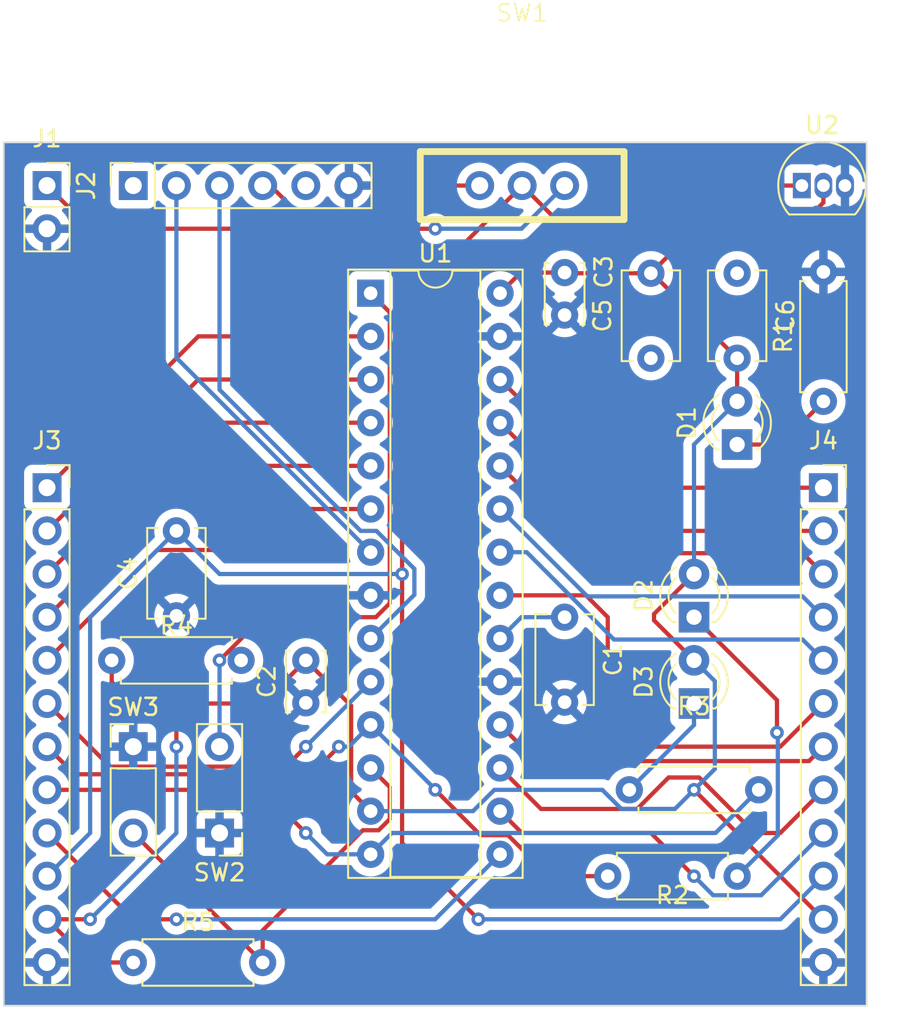
<source format=kicad_pcb>
(kicad_pcb (version 20221018) (generator pcbnew)
  (layers (0 "F.Cu" signal) (31 "B.Cu" signal) (34 "B.Paste" user) (35 "F.Paste" user) (36 "B.SilkS" user "B.Silkscreen") (37 "F.SilkS" user "F.Silkscreen") (38 "B.Mask" user) (39 "F.Mask" user) (44 "Edge.Cuts" user))
  (net 0 "")
  (net 1 "/VCAP")
  (net 2 "GND")
  (net 3 "+3.3V")
  (net 4 "/Vin")
  (net 7 "Net-(D1-K)")
  (net 8 "Net-(D2-K)")
  (net 9 "Net-(D3-K)")
  (net 10 "Net-(J1-Pin_1)")
  (net 12 "/U1TX")
  (net 13 "/U1RX")
  (net 14 "+5V")
  (net 16 "/A0")
  (net 17 "/A1")
  (net 18 "/B0")
  (net 19 "/B1")
  (net 20 "/B2")
  (net 21 "/A3")
  (net 22 "/GREEN")
  (net 23 "/YELLOW")
  (net 24 "/B6")
  (net 25 "/B15")
  (net 26 "/B14")
  (net 27 "/B13")
  (net 28 "/B12")
  (net 29 "/B11")
  (net 30 "/B10")
  (net 31 "/B9")
  (net 32 "/B8")
  (net 33 "/B7")
  (net 34 "/MCLR")
  (net 35 "/USER")
  (footprint "Connector_PinSocket_2.54mm:PinSocket_1x12_P2.54mm_Vertical" (layer "F.Cu") (at 200.66 96.52)
    (fp_text reference "J4" (at 0 -2.77) (layer "F.SilkS"))
    (fp_text value "RIGHT")
    (fp_line (start -1.33 1.27) (end -1.33 29.27) (stroke (width 0.12)) (layer "F.SilkS"))
    (fp_line (start -1.33 1.27) (end 1.33 1.27) (stroke (width 0.12)) (layer "F.SilkS"))
    (fp_line (start -1.33 29.27) (end 1.33 29.27) (stroke (width 0.12)) (layer "F.SilkS"))
    (fp_line (start 0 -1.33) (end 1.33 -1.33) (stroke (width 0.12)) (layer "F.SilkS"))
    (fp_line (start 1.33 -1.33) (end 1.33 0) (stroke (width 0.12)) (layer "F.SilkS"))
    (fp_line (start 1.33 1.27) (end 1.33 29.27) (stroke (width 0.12)) (layer "F.SilkS"))
    (pad "1" thru_hole rect (at 0 0) (size 1.7 1.7) (drill 1) (layers "*.Cu" "*.Mask") (net 25 "/B15"))
    (pad "2" thru_hole oval (at 0 2.54) (size 1.7 1.7) (drill 1) (layers "*.Cu" "*.Mask") (net 26 "/B14"))
    (pad "3" thru_hole oval (at 0 5.08) (size 1.7 1.7) (drill 1) (layers "*.Cu" "*.Mask") (net 27 "/B13"))
    (pad "4" thru_hole oval (at 0 7.62) (size 1.7 1.7) (drill 1) (layers "*.Cu" "*.Mask") (net 28 "/B12"))
    (pad "5" thru_hole oval (at 0 10.16) (size 1.7 1.7) (drill 1) (layers "*.Cu" "*.Mask") (net 29 "/B11"))
    (pad "6" thru_hole oval (at 0 12.7) (size 1.7 1.7) (drill 1) (layers "*.Cu" "*.Mask") (net 30 "/B10"))
    (pad "7" thru_hole oval (at 0 15.24) (size 1.7 1.7) (drill 1) (layers "*.Cu" "*.Mask") (net 31 "/B9"))
    (pad "8" thru_hole oval (at 0 17.78) (size 1.7 1.7) (drill 1) (layers "*.Cu" "*.Mask") (net 32 "/B8"))
    (pad "9" thru_hole oval (at 0 20.32) (size 1.7 1.7) (drill 1) (layers "*.Cu" "*.Mask") (net 33 "/B7"))
    (pad "10" thru_hole oval (at 0 22.86) (size 1.7 1.7) (drill 1) (layers "*.Cu" "*.Mask") (net 4 "/Vin"))
    (pad "11" thru_hole oval (at 0 25.4) (size 1.7 1.7) (drill 1) (layers "*.Cu" "*.Mask") (net 3 "+3.3V"))
    (pad "12" thru_hole oval (at 0 27.94) (size 1.7 1.7) (drill 1) (layers "*.Cu" "*.Mask") (net 2 "GND"))
  )
  (footprint "Capacitor_THT:C_Disc_D3.4mm_W2.1mm_P2.50mm" (layer "F.Cu") (at 170.18 109.18 90)
    (fp_text reference "C2" (at 1.25 -2.3 90) (layer "F.SilkS"))
    (fp_text value "0.1uF")
    (fp_line (start -0.57 -1.17) (end -0.57 -0.925) (stroke (width 0.12)) (layer "F.SilkS"))
    (fp_line (start -0.57 -1.17) (end 3.07 -1.17) (stroke (width 0.12)) (layer "F.SilkS"))
    (fp_line (start -0.57 0.925) (end -0.57 1.17) (stroke (width 0.12)) (layer "F.SilkS"))
    (fp_line (start -0.57 1.17) (end 3.07 1.17) (stroke (width 0.12)) (layer "F.SilkS"))
    (fp_line (start 3.07 -1.17) (end 3.07 -0.925) (stroke (width 0.12)) (layer "F.SilkS"))
    (fp_line (start 3.07 0.925) (end 3.07 1.17) (stroke (width 0.12)) (layer "F.SilkS"))
    (pad "1" thru_hole circle (at 0 0 90) (size 1.6 1.6) (drill 0.8) (layers "*.Cu" "*.Mask") (net 2 "GND"))
    (pad "2" thru_hole circle (at 2.5 0 90) (size 1.6 1.6) (drill 0.8) (layers "*.Cu" "*.Mask") (net 3 "+3.3V"))
  )
  (footprint "Capacitor_THT:C_Disc_D5.1mm_W3.2mm_P5.00mm" (layer "F.Cu") (at 190.5 88.9 90)
    (fp_text reference "C5" (at 2.5 -2.85 90) (layer "F.SilkS"))
    (fp_text value "1uF")
    (fp_line (start -0.17 -1.721) (end -0.17 -1.055) (stroke (width 0.12)) (layer "F.SilkS"))
    (fp_line (start -0.17 -1.721) (end 5.17 -1.721) (stroke (width 0.12)) (layer "F.SilkS"))
    (fp_line (start -0.17 1.055) (end -0.17 1.721) (stroke (width 0.12)) (layer "F.SilkS"))
    (fp_line (start -0.17 1.721) (end 5.17 1.721) (stroke (width 0.12)) (layer "F.SilkS"))
    (fp_line (start 5.17 -1.721) (end 5.17 -1.055) (stroke (width 0.12)) (layer "F.SilkS"))
    (fp_line (start 5.17 1.055) (end 5.17 1.721) (stroke (width 0.12)) (layer "F.SilkS"))
    (pad "1" thru_hole circle (at 0 0 90) (size 1.6 1.6) (drill 0.8) (layers "*.Cu" "*.Mask"))
    (pad "2" thru_hole circle (at 5 0 90) (size 1.6 1.6) (drill 0.8) (layers "*.Cu" "*.Mask") (net 3 "+3.3V"))
  )
  (footprint "Capacitor_THT:C_Disc_D5.1mm_W3.2mm_P5.00mm" (layer "F.Cu") (at 162.56 104.06 90)
    (fp_text reference "C4" (at 2.5 -2.85 90) (layer "F.SilkS"))
    (fp_text value "1uF")
    (fp_line (start -0.17 -1.721) (end -0.17 -1.055) (stroke (width 0.12)) (layer "F.SilkS"))
    (fp_line (start -0.17 -1.721) (end 5.17 -1.721) (stroke (width 0.12)) (layer "F.SilkS"))
    (fp_line (start -0.17 1.055) (end -0.17 1.721) (stroke (width 0.12)) (layer "F.SilkS"))
    (fp_line (start -0.17 1.721) (end 5.17 1.721) (stroke (width 0.12)) (layer "F.SilkS"))
    (fp_line (start 5.17 -1.721) (end 5.17 -1.055) (stroke (width 0.12)) (layer "F.SilkS"))
    (fp_line (start 5.17 1.055) (end 5.17 1.721) (stroke (width 0.12)) (layer "F.SilkS"))
    (pad "1" thru_hole circle (at 0 0 90) (size 1.6 1.6) (drill 0.8) (layers "*.Cu" "*.Mask") (net 2 "GND"))
    (pad "2" thru_hole circle (at 5 0 90) (size 1.6 1.6) (drill 0.8) (layers "*.Cu" "*.Mask") (net 4 "/Vin"))
  )
  (footprint "LED_THT:LED_D3.0mm" (layer "F.Cu") (at 195.58 93.98 90)
    (fp_text reference "D1" (at 1.27 -2.96 90) (layer "F.SilkS"))
    (fp_text value "RED")
    (fp_line (start -0.29 -1.236) (end -0.29 -1.08) (stroke (width 0.12)) (layer "F.SilkS"))
    (fp_line (start -0.29 1.08) (end -0.29 1.236) (stroke (width 0.12)) (layer "F.SilkS"))
    (fp_arc (start -0.29 -1.235516) (mid 1.366487 -1.987659) (end 2.942335 -1.078608) (stroke (width 0.12)) (layer "F.SilkS"))
    (fp_arc (start 0.229039 -1.08) (mid 1.270117 -1.5) (end 2.31113 -1.079837) (stroke (width 0.12)) (layer "F.SilkS"))
    (fp_arc (start 2.31113 1.079837) (mid 1.270117 1.5) (end 0.229039 1.08) (stroke (width 0.12)) (layer "F.SilkS"))
    (fp_arc (start 2.942335 1.078608) (mid 1.366487 1.987659) (end -0.29 1.235516) (stroke (width 0.12)) (layer "F.SilkS"))
    (pad "1" thru_hole rect (at 0 0 90) (size 1.8 1.8) (drill 0.9) (layers "*.Cu" "*.Mask") (net 7 "Net-(D1-K)"))
    (pad "2" thru_hole circle (at 2.54 0 90) (size 1.8 1.8) (drill 0.9) (layers "*.Cu" "*.Mask") (net 3 "+3.3V"))
  )
  (footprint "Resistor_THT:R_Axial_DIN0207_L6.3mm_D2.5mm_P7.62mm_Horizontal" (layer "F.Cu") (at 195.58 119.38 180)
    (fp_text reference "R2" (at 3.81 -1.12) (layer "F.SilkS"))
    (fp_text value "330R")
    (fp_line (start 0.54 -1.37) (end 7.08 -1.37) (stroke (width 0.12)) (layer "F.SilkS"))
    (fp_line (start 0.54 -1.04) (end 0.54 -1.37) (stroke (width 0.12)) (layer "F.SilkS"))
    (fp_line (start 0.54 1.04) (end 0.54 1.37) (stroke (width 0.12)) (layer "F.SilkS"))
    (fp_line (start 0.54 1.37) (end 7.08 1.37) (stroke (width 0.12)) (layer "F.SilkS"))
    (fp_line (start 7.08 -1.37) (end 7.08 -1.04) (stroke (width 0.12)) (layer "F.SilkS"))
    (fp_line (start 7.08 1.37) (end 7.08 1.04) (stroke (width 0.12)) (layer "F.SilkS"))
    (pad "1" thru_hole circle (at 0 0 180) (size 1.6 1.6) (drill 0.8) (layers "*.Cu" "*.Mask") (net 8 "Net-(D2-K)"))
    (pad "2" thru_hole oval (at 7.62 0 180) (size 1.6 1.6) (drill 0.8) (layers "*.Cu" "*.Mask") (net 22 "/GREEN"))
  )
  (footprint "Package_DIP:DIP-28_W7.62mm_Socket" (layer "F.Cu") (at 174 85.075)
    (fp_text reference "U1" (at 3.81 -2.33) (layer "F.SilkS"))
    (fp_text value "~")
    (fp_line (start -1.33 -1.39) (end -1.33 34.41) (stroke (width 0.12)) (layer "F.SilkS"))
    (fp_line (start -1.33 34.41) (end 8.95 34.41) (stroke (width 0.12)) (layer "F.SilkS"))
    (fp_line (start 1.16 -1.33) (end 1.16 34.35) (stroke (width 0.12)) (layer "F.SilkS"))
    (fp_line (start 1.16 34.35) (end 6.46 34.35) (stroke (width 0.12)) (layer "F.SilkS"))
    (fp_line (start 2.81 -1.33) (end 1.16 -1.33) (stroke (width 0.12)) (layer "F.SilkS"))
    (fp_line (start 6.46 -1.33) (end 4.81 -1.33) (stroke (width 0.12)) (layer "F.SilkS"))
    (fp_line (start 6.46 34.35) (end 6.46 -1.33) (stroke (width 0.12)) (layer "F.SilkS"))
    (fp_line (start 8.95 -1.39) (end -1.33 -1.39) (stroke (width 0.12)) (layer "F.SilkS"))
    (fp_line (start 8.95 34.41) (end 8.95 -1.39) (stroke (width 0.12)) (layer "F.SilkS"))
    (fp_arc (start 4.81 -1.33) (mid 3.81 -0.33) (end 2.81 -1.33) (stroke (width 0.12)) (layer "F.SilkS"))
    (pad "1" thru_hole rect (at 0 0) (size 1.6 1.6) (drill 0.8) (layers "*.Cu" "*.Mask") (net 34 "/MCLR"))
    (pad "2" thru_hole oval (at 0 2.54) (size 1.6 1.6) (drill 0.8) (layers "*.Cu" "*.Mask") (net 16 "/A0"))
    (pad "3" thru_hole oval (at 0 5.08) (size 1.6 1.6) (drill 0.8) (layers "*.Cu" "*.Mask") (net 17 "/A1"))
    (pad "4" thru_hole oval (at 0 7.62) (size 1.6 1.6) (drill 0.8) (layers "*.Cu" "*.Mask") (net 18 "/B0"))
    (pad "5" thru_hole oval (at 0 10.16) (size 1.6 1.6) (drill 0.8) (layers "*.Cu" "*.Mask") (net 19 "/B1"))
    (pad "6" thru_hole oval (at 0 12.7) (size 1.6 1.6) (drill 0.8) (layers "*.Cu" "*.Mask") (net 20 "/B2"))
    (pad "7" thru_hole oval (at 0 15.24) (size 1.6 1.6) (drill 0.8) (layers "*.Cu" "*.Mask") (net 12 "/U1TX"))
    (pad "8" thru_hole oval (at 0 17.78) (size 1.6 1.6) (drill 0.8) (layers "*.Cu" "*.Mask") (net 2 "GND"))
    (pad "9" thru_hole oval (at 0 20.32) (size 1.6 1.6) (drill 0.8) (layers "*.Cu" "*.Mask") (net 13 "/U1RX"))
    (pad "10" thru_hole oval (at 0 22.86) (size 1.6 1.6) (drill 0.8) (layers "*.Cu" "*.Mask") (net 21 "/A3"))
    (pad "11" thru_hole oval (at 0 25.4) (size 1.6 1.6) (drill 0.8) (layers "*.Cu" "*.Mask") (net 22 "/GREEN"))
    (pad "12" thru_hole oval (at 0 27.94) (size 1.6 1.6) (drill 0.8) (layers "*.Cu" "*.Mask") (net 35 "/USER"))
    (pad "13" thru_hole oval (at 0 30.48) (size 1.6 1.6) (drill 0.8) (layers "*.Cu" "*.Mask") (net 3 "+3.3V"))
    (pad "14" thru_hole oval (at 0 33.02) (size 1.6 1.6) (drill 0.8) (layers "*.Cu" "*.Mask") (net 23 "/YELLOW"))
    (pad "15" thru_hole oval (at 7.62 33.02) (size 1.6 1.6) (drill 0.8) (layers "*.Cu" "*.Mask") (net 24 "/B6"))
    (pad "16" thru_hole oval (at 7.62 30.48) (size 1.6 1.6) (drill 0.8) (layers "*.Cu" "*.Mask") (net 33 "/B7"))
    (pad "17" thru_hole oval (at 7.62 27.94) (size 1.6 1.6) (drill 0.8) (layers "*.Cu" "*.Mask") (net 32 "/B8"))
    (pad "18" thru_hole oval (at 7.62 25.4) (size 1.6 1.6) (drill 0.8) (layers "*.Cu" "*.Mask") (net 31 "/B9"))
    (pad "19" thru_hole oval (at 7.62 22.86) (size 1.6 1.6) (drill 0.8) (layers "*.Cu" "*.Mask") (net 2 "GND"))
    (pad "20" thru_hole oval (at 7.62 20.32) (size 1.6 1.6) (drill 0.8) (layers "*.Cu" "*.Mask") (net 1 "/VCAP"))
    (pad "21" thru_hole oval (at 7.62 17.78) (size 1.6 1.6) (drill 0.8) (layers "*.Cu" "*.Mask") (net 30 "/B10"))
    (pad "22" thru_hole oval (at 7.62 15.24) (size 1.6 1.6) (drill 0.8) (layers "*.Cu" "*.Mask") (net 29 "/B11"))
    (pad "23" thru_hole oval (at 7.62 12.7) (size 1.6 1.6) (drill 0.8) (layers "*.Cu" "*.Mask") (net 28 "/B12"))
    (pad "24" thru_hole oval (at 7.62 10.16) (size 1.6 1.6) (drill 0.8) (layers "*.Cu" "*.Mask") (net 27 "/B13"))
    (pad "25" thru_hole oval (at 7.62 7.62) (size 1.6 1.6) (drill 0.8) (layers "*.Cu" "*.Mask") (net 26 "/B14"))
    (pad "26" thru_hole oval (at 7.62 5.08) (size 1.6 1.6) (drill 0.8) (layers "*.Cu" "*.Mask") (net 25 "/B15"))
    (pad "27" thru_hole oval (at 7.62 2.54) (size 1.6 1.6) (drill 0.8) (layers "*.Cu" "*.Mask") (net 2 "GND"))
    (pad "28" thru_hole oval (at 7.62 0) (size 1.6 1.6) (drill 0.8) (layers "*.Cu" "*.Mask") (net 3 "+3.3V"))
  )
  (footprint "Package_TO_SOT_THT:TO-92L_Inline" (layer "F.Cu") (at 199.39 78.74)
    (fp_text reference "U2" (at 1.19 -3.56) (layer "F.SilkS"))
    (fp_text value "AP7384-33SA")
    (fp_line (start -0.75 1.7) (end 3.1 1.7) (stroke (width 0.12)) (layer "F.SilkS"))
    (fp_arc (start -0.75 1.7) (mid 1.183448 -2.579449) (end 3.138611 1.690122) (stroke (width 0.12)) (layer "F.SilkS"))
    (pad "1" thru_hole rect (at 0 0) (size 1.05 1.5) (drill 0.75) (layers "*.Cu" "*.Mask") (net 4 "/Vin"))
    (pad "2" thru_hole oval (at 1.27 0) (size 1.05 1.5) (drill 0.75) (layers "*.Cu" "*.Mask") (net 3 "+3.3V"))
    (pad "3" thru_hole oval (at 2.54 0) (size 1.05 1.5) (drill 0.75) (layers "*.Cu" "*.Mask") (net 2 "GND"))
  )
  (footprint "Resistor_THT:R_Axial_DIN0207_L6.3mm_D2.5mm_P7.62mm_Horizontal" (layer "F.Cu") (at 160.02 124.46)
    (fp_text reference "R5" (at 3.81 -2.37) (layer "F.SilkS"))
    (fp_text value "10kR")
    (fp_line (start 0.54 -1.37) (end 7.08 -1.37) (stroke (width 0.12)) (layer "F.SilkS"))
    (fp_line (start 0.54 -1.04) (end 0.54 -1.37) (stroke (width 0.12)) (layer "F.SilkS"))
    (fp_line (start 0.54 1.04) (end 0.54 1.37) (stroke (width 0.12)) (layer "F.SilkS"))
    (fp_line (start 0.54 1.37) (end 7.08 1.37) (stroke (width 0.12)) (layer "F.SilkS"))
    (fp_line (start 7.08 -1.37) (end 7.08 -1.04) (stroke (width 0.12)) (layer "F.SilkS"))
    (fp_line (start 7.08 1.37) (end 7.08 1.04) (stroke (width 0.12)) (layer "F.SilkS"))
    (pad "1" thru_hole circle (at 0 0) (size 1.6 1.6) (drill 0.8) (layers "*.Cu" "*.Mask") (net 3 "+3.3V"))
    (pad "2" thru_hole oval (at 7.62 0) (size 1.6 1.6) (drill 0.8) (layers "*.Cu" "*.Mask") (net 35 "/USER"))
  )
  (footprint "Capacitor_THT:C_Disc_D5.1mm_W3.2mm_P5.00mm" (layer "F.Cu") (at 185.42 104.14 -90)
    (fp_text reference "C1" (at 2.5 -2.85 90) (layer "F.SilkS"))
    (fp_text value "1uF")
    (fp_line (start -0.17 -1.721) (end -0.17 -1.055) (stroke (width 0.12)) (layer "F.SilkS"))
    (fp_line (start -0.17 -1.721) (end 5.17 -1.721) (stroke (width 0.12)) (layer "F.SilkS"))
    (fp_line (start -0.17 1.055) (end -0.17 1.721) (stroke (width 0.12)) (layer "F.SilkS"))
    (fp_line (start -0.17 1.721) (end 5.17 1.721) (stroke (width 0.12)) (layer "F.SilkS"))
    (fp_line (start 5.17 -1.721) (end 5.17 -1.055) (stroke (width 0.12)) (layer "F.SilkS"))
    (fp_line (start 5.17 1.055) (end 5.17 1.721) (stroke (width 0.12)) (layer "F.SilkS"))
    (pad "1" thru_hole circle (at 0 0 270) (size 1.6 1.6) (drill 0.8) (layers "*.Cu" "*.Mask") (net 1 "/VCAP"))
    (pad "2" thru_hole circle (at 5 0 270) (size 1.6 1.6) (drill 0.8) (layers "*.Cu" "*.Mask") (net 2 "GND"))
  )
  (footprint "Capacitor_THT:C_Disc_D5.1mm_W3.2mm_P5.00mm" (layer "F.Cu") (at 195.58 83.9 -90)
    (fp_text reference "C6" (at 2.5 -2.85 90) (layer "F.SilkS"))
    (fp_text value "1uF")
    (fp_line (start -0.17 -1.721) (end -0.17 -1.055) (stroke (width 0.12)) (layer "F.SilkS"))
    (fp_line (start -0.17 -1.721) (end 5.17 -1.721) (stroke (width 0.12)) (layer "F.SilkS"))
    (fp_line (start -0.17 1.055) (end -0.17 1.721) (stroke (width 0.12)) (layer "F.SilkS"))
    (fp_line (start -0.17 1.721) (end 5.17 1.721) (stroke (width 0.12)) (layer "F.SilkS"))
    (fp_line (start 5.17 -1.721) (end 5.17 -1.055) (stroke (width 0.12)) (layer "F.SilkS"))
    (fp_line (start 5.17 1.055) (end 5.17 1.721) (stroke (width 0.12)) (layer "F.SilkS"))
    (pad "1" thru_hole circle (at 0 0 270) (size 1.6 1.6) (drill 0.8) (layers "*.Cu" "*.Mask"))
    (pad "2" thru_hole circle (at 5 0 270) (size 1.6 1.6) (drill 0.8) (layers "*.Cu" "*.Mask") (net 3 "+3.3V"))
  )
  (footprint "HW4 Footprint Library:pushbutton" (layer "F.Cu") (at 165.1 116.84 180)
    (fp_text reference "SW2" (at 0 -2.33) (layer "F.SilkS"))
    (fp_text value "SW_Push")
    (fp_line (start -1.33 -1.33) (end 0 -1.33) (stroke (width 0.12)) (layer "F.SilkS"))
    (fp_line (start -1.33 0) (end -1.33 -1.33) (stroke (width 0.12)) (layer "F.SilkS"))
    (fp_line (start -1.33 1.27) (end -1.33 6.41) (stroke (width 0.12)) (layer "F.SilkS"))
    (fp_line (start -1.33 1.27) (end 1.33 1.27) (stroke (width 0.12)) (layer "F.SilkS"))
    (fp_line (start -1.33 6.41) (end 1.33 6.41) (stroke (width 0.12)) (layer "F.SilkS"))
    (fp_line (start 1.33 1.27) (end 1.33 6.41) (stroke (width 0.12)) (layer "F.SilkS"))
    (pad "1" thru_hole rect (at 0 0 180) (size 1.7 1.7) (drill 1) (layers "*.Cu" "*.Mask") (net 2 "GND"))
    (pad "2" thru_hole oval (at 0 5.08 180) (size 1.7 1.7) (drill 1) (layers "*.Cu" "*.Mask") (net 34 "/MCLR"))
  )
  (footprint "Resistor_THT:R_Axial_DIN0207_L6.3mm_D2.5mm_P7.62mm_Horizontal" (layer "F.Cu") (at 200.66 91.44 90)
    (fp_text reference "R1" (at 3.81 -2.37 90) (layer "F.SilkS"))
    (fp_text value "330R")
    (fp_line (start 0.54 -1.37) (end 7.08 -1.37) (stroke (width 0.12)) (layer "F.SilkS"))
    (fp_line (start 0.54 -1.04) (end 0.54 -1.37) (stroke (width 0.12)) (layer "F.SilkS"))
    (fp_line (start 0.54 1.04) (end 0.54 1.37) (stroke (width 0.12)) (layer "F.SilkS"))
    (fp_line (start 0.54 1.37) (end 7.08 1.37) (stroke (width 0.12)) (layer "F.SilkS"))
    (fp_line (start 7.08 -1.37) (end 7.08 -1.04) (stroke (width 0.12)) (layer "F.SilkS"))
    (fp_line (start 7.08 1.37) (end 7.08 1.04) (stroke (width 0.12)) (layer "F.SilkS"))
    (pad "1" thru_hole circle (at 0 0 90) (size 1.6 1.6) (drill 0.8) (layers "*.Cu" "*.Mask") (net 7 "Net-(D1-K)"))
    (pad "2" thru_hole oval (at 7.62 0 90) (size 1.6 1.6) (drill 0.8) (layers "*.Cu" "*.Mask") (net 2 "GND"))
  )
  (footprint "HW4 Footprint Library:pushbutton" (layer "F.Cu") (at 160.02 111.76)
    (fp_text reference "SW3" (at 0 -2.33) (layer "F.SilkS"))
    (fp_text value "SW_Push")
    (fp_line (start -1.33 -1.33) (end 0 -1.33) (stroke (width 0.12)) (layer "F.SilkS"))
    (fp_line (start -1.33 0) (end -1.33 -1.33) (stroke (width 0.12)) (layer "F.SilkS"))
    (fp_line (start -1.33 1.27) (end -1.33 6.41) (stroke (width 0.12)) (layer "F.SilkS"))
    (fp_line (start -1.33 1.27) (end 1.33 1.27) (stroke (width 0.12)) (layer "F.SilkS"))
    (fp_line (start -1.33 6.41) (end 1.33 6.41) (stroke (width 0.12)) (layer "F.SilkS"))
    (fp_line (start 1.33 1.27) (end 1.33 6.41) (stroke (width 0.12)) (layer "F.SilkS"))
    (pad "1" thru_hole rect (at 0 0) (size 1.7 1.7) (drill 1) (layers "*.Cu" "*.Mask") (net 2 "GND"))
    (pad "2" thru_hole oval (at 0 5.08) (size 1.7 1.7) (drill 1) (layers "*.Cu" "*.Mask") (net 35 "/USER"))
  )
  (footprint "Capacitor_THT:C_Disc_D3.4mm_W2.1mm_P2.50mm" (layer "F.Cu") (at 185.42 83.86 -90)
    (fp_text reference "C3" (at -0.04 -2.3 90) (layer "F.SilkS"))
    (fp_text value "0.1uF")
    (fp_line (start -0.57 -1.17) (end -0.57 -0.925) (stroke (width 0.12)) (layer "F.SilkS"))
    (fp_line (start -0.57 -1.17) (end 3.07 -1.17) (stroke (width 0.12)) (layer "F.SilkS"))
    (fp_line (start -0.57 0.925) (end -0.57 1.17) (stroke (width 0.12)) (layer "F.SilkS"))
    (fp_line (start -0.57 1.17) (end 3.07 1.17) (stroke (width 0.12)) (layer "F.SilkS"))
    (fp_line (start 3.07 -1.17) (end 3.07 -0.925) (stroke (width 0.12)) (layer "F.SilkS"))
    (fp_line (start 3.07 0.925) (end 3.07 1.17) (stroke (width 0.12)) (layer "F.SilkS"))
    (pad "1" thru_hole circle (at 0 0 270) (size 1.6 1.6) (drill 0.8) (layers "*.Cu" "*.Mask") (net 3 "+3.3V"))
    (pad "2" thru_hole circle (at 2.5 0 270) (size 1.6 1.6) (drill 0.8) (layers "*.Cu" "*.Mask") (net 2 "GND"))
  )
  (footprint "LED_THT:LED_D3.0mm" (layer "F.Cu") (at 193.04 104.14 90)
    (fp_text reference "D2" (at 1.27 -2.96 90) (layer "F.SilkS"))
    (fp_text value "LED")
    (fp_line (start -0.29 -1.236) (end -0.29 -1.08) (stroke (width 0.12)) (layer "F.SilkS"))
    (fp_line (start -0.29 1.08) (end -0.29 1.236) (stroke (width 0.12)) (layer "F.SilkS"))
    (fp_arc (start -0.29 -1.235516) (mid 1.366487 -1.987659) (end 2.942335 -1.078608) (stroke (width 0.12)) (layer "F.SilkS"))
    (fp_arc (start 0.229039 -1.08) (mid 1.270117 -1.5) (end 2.31113 -1.079837) (stroke (width 0.12)) (layer "F.SilkS"))
    (fp_arc (start 2.31113 1.079837) (mid 1.270117 1.5) (end 0.229039 1.08) (stroke (width 0.12)) (layer "F.SilkS"))
    (fp_arc (start 2.942335 1.078608) (mid 1.366487 1.987659) (end -0.29 1.235516) (stroke (width 0.12)) (layer "F.SilkS"))
    (pad "1" thru_hole rect (at 0 0 90) (size 1.8 1.8) (drill 0.9) (layers "*.Cu" "*.Mask") (net 8 "Net-(D2-K)"))
    (pad "2" thru_hole circle (at 2.54 0 90) (size 1.8 1.8) (drill 0.9) (layers "*.Cu" "*.Mask") (net 3 "+3.3V"))
  )
  (footprint "Resistor_THT:R_Axial_DIN0207_L6.3mm_D2.5mm_P7.62mm_Horizontal" (layer "F.Cu") (at 158.75 106.68)
    (fp_text reference "R4" (at 3.81 -2.05) (layer "F.SilkS"))
    (fp_text value "10kR")
    (fp_line (start 0.54 -1.37) (end 7.08 -1.37) (stroke (width 0.12)) (layer "F.SilkS"))
    (fp_line (start 0.54 -1.04) (end 0.54 -1.37) (stroke (width 0.12)) (layer "F.SilkS"))
    (fp_line (start 0.54 1.04) (end 0.54 1.37) (stroke (width 0.12)) (layer "F.SilkS"))
    (fp_line (start 0.54 1.37) (end 7.08 1.37) (stroke (width 0.12)) (layer "F.SilkS"))
    (fp_line (start 7.08 -1.37) (end 7.08 -1.04) (stroke (width 0.12)) (layer "F.SilkS"))
    (fp_line (start 7.08 1.37) (end 7.08 1.04) (stroke (width 0.12)) (layer "F.SilkS"))
    (pad "1" thru_hole circle (at 0 0) (size 1.6 1.6) (drill 0.8) (layers "*.Cu" "*.Mask") (net 3 "+3.3V"))
    (pad "2" thru_hole oval (at 7.62 0) (size 1.6 1.6) (drill 0.8) (layers "*.Cu" "*.Mask") (net 34 "/MCLR"))
  )
  (footprint "Connector_PinSocket_2.54mm:PinSocket_1x02_P2.54mm_Vertical" (layer "F.Cu") (at 154.94 78.74)
    (fp_text reference "J1" (at 0 -2.77) (layer "F.SilkS"))
    (fp_text value "Battery")
    (fp_line (start -1.33 1.27) (end -1.33 3.87) (stroke (width 0.12)) (layer "F.SilkS"))
    (fp_line (start -1.33 1.27) (end 1.33 1.27) (stroke (width 0.12)) (layer "F.SilkS"))
    (fp_line (start -1.33 3.87) (end 1.33 3.87) (stroke (width 0.12)) (layer "F.SilkS"))
    (fp_line (start 0 -1.33) (end 1.33 -1.33) (stroke (width 0.12)) (layer "F.SilkS"))
    (fp_line (start 1.33 -1.33) (end 1.33 0) (stroke (width 0.12)) (layer "F.SilkS"))
    (fp_line (start 1.33 1.27) (end 1.33 3.87) (stroke (width 0.12)) (layer "F.SilkS"))
    (pad "1" thru_hole rect (at 0 0) (size 1.7 1.7) (drill 1) (layers "*.Cu" "*.Mask") (net 10 "Net-(J1-Pin_1)"))
    (pad "2" thru_hole oval (at 0 2.54) (size 1.7 1.7) (drill 1) (layers "*.Cu" "*.Mask") (net 2 "GND"))
  )
  (footprint "Connector_PinSocket_2.54mm:PinSocket_1x12_P2.54mm_Vertical" (layer "F.Cu") (at 154.94 96.52)
    (fp_text reference "J3" (at 0 -2.77) (layer "F.SilkS"))
    (fp_text value "LEFT")
    (fp_line (start -1.33 1.27) (end -1.33 29.27) (stroke (width 0.12)) (layer "F.SilkS"))
    (fp_line (start -1.33 1.27) (end 1.33 1.27) (stroke (width 0.12)) (layer "F.SilkS"))
    (fp_line (start -1.33 29.27) (end 1.33 29.27) (stroke (width 0.12)) (layer "F.SilkS"))
    (fp_line (start 0 -1.33) (end 1.33 -1.33) (stroke (width 0.12)) (layer "F.SilkS"))
    (fp_line (start 1.33 -1.33) (end 1.33 0) (stroke (width 0.12)) (layer "F.SilkS"))
    (fp_line (start 1.33 1.27) (end 1.33 29.27) (stroke (width 0.12)) (layer "F.SilkS"))
    (pad "1" thru_hole rect (at 0 0) (size 1.7 1.7) (drill 1) (layers "*.Cu" "*.Mask") (net 16 "/A0"))
    (pad "2" thru_hole oval (at 0 2.54) (size 1.7 1.7) (drill 1) (layers "*.Cu" "*.Mask") (net 17 "/A1"))
    (pad "3" thru_hole oval (at 0 5.08) (size 1.7 1.7) (drill 1) (layers "*.Cu" "*.Mask") (net 18 "/B0"))
    (pad "4" thru_hole oval (at 0 7.62) (size 1.7 1.7) (drill 1) (layers "*.Cu" "*.Mask") (net 19 "/B1"))
    (pad "5" thru_hole oval (at 0 10.16) (size 1.7 1.7) (drill 1) (layers "*.Cu" "*.Mask") (net 20 "/B2"))
    (pad "6" thru_hole oval (at 0 12.7) (size 1.7 1.7) (drill 1) (layers "*.Cu" "*.Mask") (net 21 "/A3"))
    (pad "7" thru_hole oval (at 0 15.24) (size 1.7 1.7) (drill 1) (layers "*.Cu" "*.Mask") (net 22 "/GREEN"))
    (pad "8" thru_hole oval (at 0 17.78) (size 1.7 1.7) (drill 1) (layers "*.Cu" "*.Mask") (net 23 "/YELLOW"))
    (pad "9" thru_hole oval (at 0 20.32) (size 1.7 1.7) (drill 1) (layers "*.Cu" "*.Mask") (net 24 "/B6"))
    (pad "10" thru_hole oval (at 0 22.86) (size 1.7 1.7) (drill 1) (layers "*.Cu" "*.Mask") (net 4 "/Vin"))
    (pad "11" thru_hole oval (at 0 25.4) (size 1.7 1.7) (drill 1) (layers "*.Cu" "*.Mask") (net 3 "+3.3V"))
    (pad "12" thru_hole oval (at 0 27.94) (size 1.7 1.7) (drill 1) (layers "*.Cu" "*.Mask") (net 2 "GND"))
  )
  (footprint "HW4 Footprint Library:slideswpic" (layer "F.Cu") (at 182.92 78.74)
    (fp_text reference "SW1" (at 0 -10.16 unlocked) (layer "F.SilkS") (effects (font (thickness 0.1))))
    (fp_text value "SW_Slide")
    (fp_line (start -6 -2) (end 6 -2) (stroke (width 0.4)) (layer "F.SilkS"))
    (fp_line (start -6 2) (end -6 -2) (stroke (width 0.4)) (layer "F.SilkS"))
    (fp_line (start 6 -2) (end 6 2) (stroke (width 0.4)) (layer "F.SilkS"))
    (fp_line (start 6 2) (end -6 2) (stroke (width 0.4)) (layer "F.SilkS"))
    (pad "1" thru_hole circle (at -2.5 0) (size 1.7 1.7) (drill 1) (layers "*.Cu" "*.Mask") (net 14 "+5V"))
    (pad "2" thru_hole circle (at 0 0) (size 1.7 1.7) (drill 1) (layers "*.Cu" "*.Mask") (net 4 "/Vin"))
    (pad "3" thru_hole circle (at 2.5 0) (size 1.7 1.7) (drill 1) (layers "*.Cu" "*.Mask") (net 10 "Net-(J1-Pin_1)"))
  )
  (footprint "Connector_PinSocket_2.54mm:PinSocket_1x06_P2.54mm_Vertical" (layer "F.Cu") (at 160.02 78.74 90)
    (fp_text reference "J2" (at 0 -2.77 90) (layer "F.SilkS"))
    (fp_text value "CP2102")
    (fp_line (start -1.33 1.27) (end -1.33 14.03) (stroke (width 0.12)) (layer "F.SilkS"))
    (fp_line (start -1.33 1.27) (end 1.33 1.27) (stroke (width 0.12)) (layer "F.SilkS"))
    (fp_line (start -1.33 14.03) (end 1.33 14.03) (stroke (width 0.12)) (layer "F.SilkS"))
    (fp_line (start 0 -1.33) (end 1.33 -1.33) (stroke (width 0.12)) (layer "F.SilkS"))
    (fp_line (start 1.33 -1.33) (end 1.33 0) (stroke (width 0.12)) (layer "F.SilkS"))
    (fp_line (start 1.33 1.27) (end 1.33 14.03) (stroke (width 0.12)) (layer "F.SilkS"))
    (pad "1" thru_hole rect (at 0 0 90) (size 1.7 1.7) (drill 1) (layers "*.Cu" "*.Mask"))
    (pad "2" thru_hole oval (at 0 2.54 90) (size 1.7 1.7) (drill 1) (layers "*.Cu" "*.Mask") (net 12 "/U1TX"))
    (pad "3" thru_hole oval (at 0 5.08 90) (size 1.7 1.7) (drill 1) (layers "*.Cu" "*.Mask") (net 13 "/U1RX"))
    (pad "4" thru_hole oval (at 0 7.62 90) (size 1.7 1.7) (drill 1) (layers "*.Cu" "*.Mask") (net 14 "+5V"))
    (pad "5" thru_hole oval (at 0 10.16 90) (size 1.7 1.7) (drill 1) (layers "*.Cu" "*.Mask"))
    (pad "6" thru_hole oval (at 0 12.7 90) (size 1.7 1.7) (drill 1) (layers "*.Cu" "*.Mask") (net 2 "GND"))
  )
  (footprint "Resistor_THT:R_Axial_DIN0207_L6.3mm_D2.5mm_P7.62mm_Horizontal" (layer "F.Cu") (at 189.23 114.3)
    (fp_text reference "R3" (at 3.81 -4.91) (layer "F.SilkS"))
    (fp_text value "330R")
    (fp_line (start 0.54 -1.37) (end 7.08 -1.37) (stroke (width 0.12)) (layer "F.SilkS"))
    (fp_line (start 0.54 -1.04) (end 0.54 -1.37) (stroke (width 0.12)) (layer "F.SilkS"))
    (fp_line (start 0.54 1.04) (end 0.54 1.37) (stroke (width 0.12)) (layer "F.SilkS"))
    (fp_line (start 0.54 1.37) (end 7.08 1.37) (stroke (width 0.12)) (layer "F.SilkS"))
    (fp_line (start 7.08 -1.37) (end 7.08 -1.04) (stroke (width 0.12)) (layer "F.SilkS"))
    (fp_line (start 7.08 1.37) (end 7.08 1.04) (stroke (width 0.12)) (layer "F.SilkS"))
    (pad "1" thru_hole circle (at 0 0) (size 1.6 1.6) (drill 0.8) (layers "*.Cu" "*.Mask") (net 9 "Net-(D3-K)"))
    (pad "2" thru_hole oval (at 7.62 0) (size 1.6 1.6) (drill 0.8) (layers "*.Cu" "*.Mask") (net 23 "/YELLOW"))
  )
  (footprint "LED_THT:LED_D3.0mm" (layer "F.Cu") (at 193.04 109.22 90)
    (fp_text reference "D3" (at 1.27 -2.96 90) (layer "F.SilkS"))
    (fp_text value "YELLOW")
    (fp_line (start -0.29 -1.236) (end -0.29 -1.08) (stroke (width 0.12)) (layer "F.SilkS"))
    (fp_line (start -0.29 1.08) (end -0.29 1.236) (stroke (width 0.12)) (layer "F.SilkS"))
    (fp_arc (start -0.29 -1.235516) (mid 1.366487 -1.987659) (end 2.942335 -1.078608) (stroke (width 0.12)) (layer "F.SilkS"))
    (fp_arc (start 0.229039 -1.08) (mid 1.270117 -1.5) (end 2.31113 -1.079837) (stroke (width 0.12)) (layer "F.SilkS"))
    (fp_arc (start 2.31113 1.079837) (mid 1.270117 1.5) (end 0.229039 1.08) (stroke (width 0.12)) (layer "F.SilkS"))
    (fp_arc (start 2.942335 1.078608) (mid 1.366487 1.987659) (end -0.29 1.235516) (stroke (width 0.12)) (layer "F.SilkS"))
    (pad "1" thru_hole rect (at 0 0 90) (size 1.8 1.8) (drill 0.9) (layers "*.Cu" "*.Mask") (net 9 "Net-(D3-K)"))
    (pad "2" thru_hole circle (at 2.54 0 90) (size 1.8 1.8) (drill 0.9) (layers "*.Cu" "*.Mask") (net 3 "+3.3V"))
  )
  (gr_line (start 152.4 127) (end 152.4 76.2) (stroke (width 0.1)) (layer "Edge.Cuts"))
  (gr_line (start 152.4 76.2) (end 203.2 76.2) (stroke (width 0.1)) (layer "Edge.Cuts"))
  (gr_line (start 203.2 127) (end 152.4 127) (stroke (width 0.1)) (layer "Edge.Cuts"))
  (gr_line (start 203.2 76.2) (end 203.2 127) (stroke (width 0.1)) (layer "Edge.Cuts"))
  (segment (start 185.42 104.14) (end 182.875 104.14) (width 0.25) (layer "B.Cu") (net 1))
  (segment (start 182.875 104.14) (end 181.62 105.395) (width 0.25) (layer "B.Cu") (net 1))
  (segment (start 185.46 83.9) (end 185.42 83.86) (width 0.25) (layer "F.Cu") (net 3))
  (segment (start 172.85 114.405) (end 174 115.555) (width 0.25) (layer "F.Cu") (net 3))
  (segment (start 167.64 109.22) (end 160.02 109.22) (width 0.25) (layer "F.Cu") (net 3))
  (segment (start 170.18 106.68) (end 172.85 109.35) (width 0.25) (layer "F.Cu") (net 3))
  (segment (start 160.02 124.46) (end 157.48 124.46) (width 0.25) (layer "F.Cu") (net 3))
  (segment (start 195.58 88.9) (end 195.58 91.44) (width 0.25) (layer "F.Cu") (net 3))
  (segment (start 199.12 81.28) (end 200.66 79.74) (width 0.25) (layer "F.Cu") (net 3))
  (segment (start 154.94 121.92) (end 157.48 121.92) (width 0.25) (layer "F.Cu") (net 3))
  (segment (start 190.686396 104.326396) (end 193.04 106.68) (width 0.25) (layer "F.Cu") (net 3))
  (segment (start 193.04 101.6) (end 190.686396 103.953604) (width 0.25) (layer "F.Cu") (net 3))
  (segment (start 172.85 109.35) (end 172.85 114.405) (width 0.25) (layer "F.Cu") (net 3))
  (segment (start 162.56 111.76) (end 162.56 109.22) (width 0.25) (layer "F.Cu") (net 3))
  (segment (start 190.5 83.9) (end 193.12 81.28) (width 0.25) (layer "F.Cu") (net 3))
  (segment (start 190.5 83.9) (end 185.46 83.9) (width 0.25) (layer "F.Cu") (net 3))
  (segment (start 170.18 106.68) (end 167.64 109.22) (width 0.25) (layer "F.Cu") (net 3))
  (segment (start 193.04 114.3) (end 200.66 121.92) (width 0.25) (layer "F.Cu") (net 3))
  (segment (start 157.48 124.46) (end 154.94 121.92) (width 0.25) (layer "F.Cu") (net 3))
  (segment (start 185.42 83.86) (end 182.835 83.86) (width 0.25) (layer "F.Cu") (net 3))
  (segment (start 182.835 83.86) (end 181.62 85.075) (width 0.25) (layer "F.Cu") (net 3))
  (segment (start 200.66 79.74) (end 200.66 78.74) (width 0.25) (layer "F.Cu") (net 3))
  (segment (start 158.75 107.95) (end 158.75 106.68) (width 0.25) (layer "F.Cu") (net 3))
  (segment (start 190.58 83.9) (end 190.5 83.9) (width 0.25) (layer "F.Cu") (net 3))
  (segment (start 195.58 88.9) (end 190.58 83.9) (width 0.25) (layer "F.Cu") (net 3))
  (segment (start 193.12 81.28) (end 199.12 81.28) (width 0.25) (layer "F.Cu") (net 3))
  (segment (start 160.02 109.22) (end 158.75 107.95) (width 0.25) (layer "F.Cu") (net 3))
  (segment (start 190.686396 103.953604) (end 190.686396 104.326396) (width 0.25) (layer "F.Cu") (net 3))
  (via (at 162.56 111.76) (size 0.8) (drill 0.4) (layers "F.Cu" "B.Cu") (net 3))
  (via (at 193.04 114.3) (size 0.8) (drill 0.4) (layers "F.Cu" "B.Cu") (net 3))
  (via (at 157.48 121.92) (size 0.8) (drill 0.4) (layers "F.Cu" "B.Cu") (net 3))
  (segment (start 193.04 101.6) (end 193.04 93.98) (width 0.25) (layer "B.Cu") (net 3))
  (segment (start 193.04 93.98) (end 195.58 91.44) (width 0.25) (layer "B.Cu") (net 3))
  (segment (start 181.284009 114.3) (end 187.639009 114.3) (width 0.25) (layer "B.Cu") (net 3))
  (segment (start 162.56 116.84) (end 162.56 111.76) (width 0.25) (layer "B.Cu") (net 3))
  (segment (start 194.265 107.905) (end 194.265 113.075) (width 0.25) (layer "B.Cu") (net 3))
  (segment (start 194.265 113.075) (end 193.04 114.3) (width 0.25) (layer "B.Cu") (net 3))
  (segment (start 157.48 121.92) (end 162.56 116.84) (width 0.25) (layer "B.Cu") (net 3))
  (segment (start 187.639009 114.3) (end 188.764009 115.425) (width 0.25) (layer "B.Cu") (net 3))
  (segment (start 180.029009 115.555) (end 181.284009 114.3) (width 0.25) (layer "B.Cu") (net 3))
  (segment (start 174 115.555) (end 180.029009 115.555) (width 0.25) (layer "B.Cu") (net 3))
  (segment (start 191.915 115.425) (end 193.04 114.3) (width 0.25) (layer "B.Cu") (net 3))
  (segment (start 193.04 106.68) (end 194.265 107.905) (width 0.25) (layer "B.Cu") (net 3))
  (segment (start 188.764009 115.425) (end 191.915 115.425) (width 0.25) (layer "B.Cu") (net 3))
  (segment (start 175.8495 117.4295) (end 175.8495 101.6) (width 0.25) (layer "F.Cu") (net 4))
  (segment (start 185.46 81.28) (end 187.96 81.28) (width 0.25) (layer "F.Cu") (net 4))
  (segment (start 187.96 81.28) (end 190.5 78.74) (width 0.25) (layer "F.Cu") (net 4))
  (segment (start 190.5 78.74) (end 199.39 78.74) (width 0.25) (layer "F.Cu") (net 4))
  (segment (start 182.92 78.74) (end 185.46 81.28) (width 0.25) (layer "F.Cu") (net 4))
  (segment (start 180.34 121.92) (end 175.8495 117.4295) (width 0.25) (layer "F.Cu") (net 4))
  (segment (start 175.8495 85.8105) (end 175.8495 101.6) (width 0.25) (layer "F.Cu") (net 4))
  (segment (start 182.92 78.74) (end 175.8495 85.8105) (width 0.25) (layer "F.Cu") (net 4))
  (via (at 180.34 121.92) (size 0.8) (drill 0.4) (layers "F.Cu" "B.Cu") (net 4))
  (via (at 162.56 99.06) (size 0.8) (drill 0.4) (layers "F.Cu" "B.Cu") (net 4))
  (via (at 175.8495 101.6) (size 0.8) (drill 0.4) (layers "F.Cu" "B.Cu") (net 4))
  (segment (start 200.66 119.38) (end 198.12 121.92) (width 0.25) (layer "B.Cu") (net 4))
  (segment (start 198.12 121.92) (end 180.34 121.92) (width 0.25) (layer "B.Cu") (net 4))
  (segment (start 157.48 104.14) (end 162.56 99.06) (width 0.25) (layer "B.Cu") (net 4))
  (segment (start 157.48 116.84) (end 157.48 104.14) (width 0.25) (layer "B.Cu") (net 4))
  (segment (start 175.8495 101.6) (end 165.1 101.6) (width 0.25) (layer "B.Cu") (net 4))
  (segment (start 154.94 119.38) (end 157.48 116.84) (width 0.25) (layer "B.Cu") (net 4))
  (segment (start 165.1 101.6) (end 162.56 99.06) (width 0.25) (layer "B.Cu") (net 4))
  (segment (start 198.12 93.98) (end 200.66 91.44) (width 0.25) (layer "F.Cu") (net 7))
  (segment (start 195.58 93.98) (end 198.12 93.98) (width 0.25) (layer "F.Cu") (net 7))
  (segment (start 197.925898 109.025898) (end 197.925898 110.929502) (width 0.25) (layer "F.Cu") (net 8))
  (segment (start 193.04 104.14) (end 197.925898 109.025898) (width 0.25) (layer "F.Cu") (net 8))
  (via (at 197.925898 110.929502) (size 0.8) (drill 0.4) (layers "F.Cu" "B.Cu") (net 8))
  (segment (start 197.975 110.978604) (end 197.975 116.985) (width 0.25) (layer "B.Cu") (net 8))
  (segment (start 197.925898 110.929502) (end 197.975 110.978604) (width 0.25) (layer "B.Cu") (net 8))
  (segment (start 197.975 116.985) (end 195.58 119.38) (width 0.25) (layer "B.Cu") (net 8))
  (segment (start 193.04 109.22) (end 193.04 110.49) (width 0.25) (layer "B.Cu") (net 9))
  (segment (start 193.04 110.49) (end 189.23 114.3) (width 0.25) (layer "B.Cu") (net 9))
  (segment (start 157.48 81.28) (end 177.8 81.28) (width 0.25) (layer "F.Cu") (net 10))
  (segment (start 154.94 78.74) (end 157.48 81.28) (width 0.25) (layer "F.Cu") (net 10))
  (via (at 177.8 81.28) (size 0.8) (drill 0.4) (layers "F.Cu" "B.Cu") (net 10))
  (segment (start 182.88 81.28) (end 185.42 78.74) (width 0.25) (layer "B.Cu") (net 10))
  (segment (start 177.8 81.28) (end 182.88 81.28) (width 0.25) (layer "B.Cu") (net 10))
  (segment (start 162.56 88.875) (end 174 100.315) (width 0.25) (layer "B.Cu") (net 12))
  (segment (start 162.56 78.74) (end 162.56 88.875) (width 0.25) (layer "B.Cu") (net 12))
  (segment (start 176.5745 101.298509) (end 176.5745 102.8205) (width 0.25) (layer "B.Cu") (net 13))
  (segment (start 174.335991 99.06) (end 176.5745 101.298509) (width 0.25) (layer "B.Cu") (net 13))
  (segment (start 176.5745 102.8205) (end 174 105.395) (width 0.25) (layer "B.Cu") (net 13))
  (segment (start 165.1 78.74) (end 165.1 90.755991) (width 0.25) (layer "B.Cu") (net 13))
  (segment (start 173.404009 99.06) (end 174.335991 99.06) (width 0.25) (layer "B.Cu") (net 13))
  (segment (start 165.1 90.755991) (end 173.404009 99.06) (width 0.25) (layer "B.Cu") (net 13))
  (segment (start 170.18 80.83) (end 175.26 80.83) (width 0.25) (layer "F.Cu") (net 14))
  (segment (start 177.35 78.74) (end 180.42 78.74) (width 0.25) (layer "F.Cu") (net 14))
  (segment (start 168.09 78.74) (end 170.18 80.83) (width 0.25) (layer "F.Cu") (net 14))
  (segment (start 175.26 80.83) (end 177.35 78.74) (width 0.25) (layer "F.Cu") (net 14))
  (segment (start 167.64 78.74) (end 168.09 78.74) (width 0.25) (layer "F.Cu") (net 14))
  (segment (start 163.845 87.615) (end 174 87.615) (width 0.25) (layer "F.Cu") (net 16))
  (segment (start 154.94 96.52) (end 163.845 87.615) (width 0.25) (layer "F.Cu") (net 16))
  (segment (start 154.94 99.06) (end 163.845 90.155) (width 0.25) (layer "F.Cu") (net 17))
  (segment (start 163.845 90.155) (end 174 90.155) (width 0.25) (layer "F.Cu") (net 17))
  (segment (start 163.845 92.695) (end 174 92.695) (width 0.25) (layer "F.Cu") (net 18))
  (segment (start 154.94 101.6) (end 163.845 92.695) (width 0.25) (layer "F.Cu") (net 18))
  (segment (start 163.845 95.235) (end 174 95.235) (width 0.25) (layer "F.Cu") (net 19))
  (segment (start 154.94 104.14) (end 163.845 95.235) (width 0.25) (layer "F.Cu") (net 19))
  (segment (start 161.435 100.185) (end 166.515 100.185) (width 0.25) (layer "F.Cu") (net 20))
  (segment (start 166.515 100.185) (end 168.925 97.775) (width 0.25) (layer "F.Cu") (net 20))
  (segment (start 168.925 97.775) (end 174 97.775) (width 0.25) (layer "F.Cu") (net 20))
  (segment (start 154.94 106.68) (end 161.435 100.185) (width 0.25) (layer "F.Cu") (net 20))
  (segment (start 154.94 109.22) (end 158.655 112.935) (width 0.25) (layer "F.Cu") (net 21))
  (segment (start 158.655 112.935) (end 169.005 112.935) (width 0.25) (layer "F.Cu") (net 21))
  (segment (start 169.005 112.935) (end 170.18 111.76) (width 0.25) (layer "F.Cu") (net 21))
  (via (at 170.18 111.76) (size 0.8) (drill 0.4) (layers "F.Cu" "B.Cu") (net 21))
  (segment (start 170.18 111.76) (end 170.18 111.755) (width 0.25) (layer "B.Cu") (net 21))
  (segment (start 170.18 111.755) (end 174 107.935) (width 0.25) (layer "B.Cu") (net 21))
  (segment (start 170.5005 113.385) (end 172.1255 111.76) (width 0.25) (layer "F.Cu") (net 22))
  (segment (start 182.085991 116.97) (end 180.47 116.97) (width 0.25) (layer "F.Cu") (net 22))
  (segment (start 187.96 119.38) (end 184.495991 119.38) (width 0.25) (layer "F.Cu") (net 22))
  (segment (start 180.47 116.97) (end 177.8 114.3) (width 0.25) (layer "F.Cu") (net 22))
  (segment (start 156.565 113.385) (end 170.5005 113.385) (width 0.25) (layer "F.Cu") (net 22))
  (segment (start 184.495991 119.38) (end 182.085991 116.97) (width 0.25) (layer "F.Cu") (net 22))
  (segment (start 154.94 111.76) (end 156.565 113.385) (width 0.25) (layer "F.Cu") (net 22))
  (via (at 172.1255 111.76) (size 0.8) (drill 0.4) (layers "F.Cu" "B.Cu") (net 22))
  (via (at 177.8 114.3) (size 0.8) (drill 0.4) (layers "F.Cu" "B.Cu") (net 22))
  (segment (start 172.1255 111.76) (end 172.715 111.76) (width 0.25) (layer "B.Cu") (net 22))
  (segment (start 177.8 114.275) (end 174 110.475) (width 0.25) (layer "B.Cu") (net 22))
  (segment (start 177.8 114.3) (end 177.8 114.275) (width 0.25) (layer "B.Cu") (net 22))
  (segment (start 172.715 111.76) (end 174 110.475) (width 0.25) (layer "B.Cu") (net 22))
  (segment (start 167.64 114.3) (end 170.18 116.84) (width 0.25) (layer "F.Cu") (net 23))
  (segment (start 154.94 114.3) (end 167.64 114.3) (width 0.25) (layer "F.Cu") (net 23))
  (via (at 170.18 116.84) (size 0.8) (drill 0.4) (layers "F.Cu" "B.Cu") (net 23))
  (segment (start 194.31 116.84) (end 175.255 116.84) (width 0.25) (layer "B.Cu") (net 23))
  (segment (start 171.435 118.095) (end 174 118.095) (width 0.25) (layer "B.Cu") (net 23))
  (segment (start 170.18 116.84) (end 171.435 118.095) (width 0.25) (layer "B.Cu") (net 23))
  (segment (start 196.85 114.3) (end 194.31 116.84) (width 0.25) (layer "B.Cu") (net 23))
  (segment (start 175.255 116.84) (end 174 118.095) (width 0.25) (layer "B.Cu") (net 23))
  (segment (start 154.94 116.84) (end 160.02 121.92) (width 0.25) (layer "F.Cu") (net 24))
  (segment (start 160.02 121.92) (end 162.56 121.92) (width 0.25) (layer "F.Cu") (net 24))
  (via (at 162.56 121.92) (size 0.8) (drill 0.4) (layers "F.Cu" "B.Cu") (net 24))
  (segment (start 177.795 121.92) (end 181.62 118.095) (width 0.25) (layer "B.Cu") (net 24))
  (segment (start 162.56 121.92) (end 177.795 121.92) (width 0.25) (layer "B.Cu") (net 24))
  (segment (start 187.985 96.52) (end 200.66 96.52) (width 0.25) (layer "F.Cu") (net 25))
  (segment (start 181.62 90.155) (end 187.985 96.52) (width 0.25) (layer "F.Cu") (net 25))
  (segment (start 181.62 92.695) (end 187.985 99.06) (width 0.25) (layer "F.Cu") (net 26))
  (segment (start 187.985 99.06) (end 200.66 99.06) (width 0.25) (layer "F.Cu") (net 26))
  (segment (start 199.435 100.375) (end 200.66 101.6) (width 0.25) (layer "F.Cu") (net 27))
  (segment (start 186.76 100.375) (end 199.435 100.375) (width 0.25) (layer "F.Cu") (net 27))
  (segment (start 181.62 95.235) (end 186.76 100.375) (width 0.25) (layer "F.Cu") (net 27))
  (segment (start 186.76 102.915) (end 199.435 102.915) (width 0.25) (layer "B.Cu") (net 28))
  (segment (start 199.435 102.915) (end 200.66 104.14) (width 0.25) (layer "B.Cu") (net 28))
  (segment (start 181.62 97.775) (end 186.76 102.915) (width 0.25) (layer "B.Cu") (net 28))
  (segment (start 188.325991 105.455) (end 199.435 105.455) (width 0.25) (layer "B.Cu") (net 29))
  (segment (start 199.435 105.455) (end 200.66 106.68) (width 0.25) (layer "B.Cu") (net 29))
  (segment (start 181.62 100.315) (end 183.185991 100.315) (width 0.25) (layer "B.Cu") (net 29))
  (segment (start 183.185991 100.315) (end 188.325991 105.455) (width 0.25) (layer "B.Cu") (net 29))
  (segment (start 198.12 111.76) (end 200.66 109.22) (width 0.25) (layer "F.Cu") (net 30))
  (segment (start 181.62 102.855) (end 186.675 102.855) (width 0.25) (layer "F.Cu") (net 30))
  (segment (start 187.96 104.14) (end 187.96 109.22) (width 0.25) (layer "F.Cu") (net 30))
  (segment (start 190.5 111.76) (end 198.12 111.76) (width 0.25) (layer "F.Cu") (net 30))
  (segment (start 186.675 102.855) (end 187.96 104.14) (width 0.25) (layer "F.Cu") (net 30))
  (segment (start 187.96 109.22) (end 190.5 111.76) (width 0.25) (layer "F.Cu") (net 30))
  (segment (start 199.81 112.61) (end 183.755 112.61) (width 0.25) (layer "F.Cu") (net 31))
  (segment (start 183.755 112.61) (end 181.62 110.475) (width 0.25) (layer "F.Cu") (net 31))
  (segment (start 200.66 111.76) (end 199.81 112.61) (width 0.25) (layer "F.Cu") (net 31))
  (segment (start 198.12 116.84) (end 196.605305 116.84) (width 0.25) (layer "F.Cu") (net 32))
  (segment (start 196.605305 116.84) (end 193.340305 113.575) (width 0.25) (layer "F.Cu") (net 32))
  (segment (start 184.03 115.425) (end 181.62 113.015) (width 0.25) (layer "F.Cu") (net 32))
  (segment (start 200.66 114.3) (end 198.12 116.84) (width 0.25) (layer "F.Cu") (net 32))
  (segment (start 191.545991 113.575) (end 189.695991 115.425) (width 0.25) (layer "F.Cu") (net 32))
  (segment (start 193.340305 113.575) (end 191.545991 113.575) (width 0.25) (layer "F.Cu") (net 32))
  (segment (start 189.695991 115.425) (end 184.03 115.425) (width 0.25) (layer "F.Cu") (net 32))
  (segment (start 182.905 116.84) (end 190.5 116.84) (width 0.25) (layer "F.Cu") (net 33))
  (segment (start 181.62 115.555) (end 182.905 116.84) (width 0.25) (layer "F.Cu") (net 33))
  (segment (start 190.5 116.84) (end 193.04 119.38) (width 0.25) (layer "F.Cu") (net 33))
  (via (at 193.04 119.38) (size 0.8) (drill 0.4) (layers "F.Cu" "B.Cu") (net 33))
  (segment (start 196.995 120.505) (end 200.66 116.84) (width 0.25) (layer "B.Cu") (net 33))
  (segment (start 193.04 119.38) (end 194.165 120.505) (width 0.25) (layer "B.Cu") (net 33))
  (segment (start 194.165 120.505) (end 196.995 120.505) (width 0.25) (layer "B.Cu") (net 33))
  (segment (start 175.125 86.2) (end 175.125 103.320991) (width 0.25) (layer "F.Cu") (net 34))
  (segment (start 175.125 103.320991) (end 174.305991 104.14) (width 0.25) (layer "F.Cu") (net 34))
  (segment (start 165.1 106.68) (end 167.64 104.14) (width 0.25) (layer "F.Cu") (net 34))
  (segment (start 174.305991 104.14) (end 167.64 104.14) (width 0.25) (layer "F.Cu") (net 34))
  (segment (start 174 85.075) (end 175.125 86.2) (width 0.25) (layer "F.Cu") (net 34))
  (via (at 165.1 106.68) (size 0.8) (drill 0.4) (layers "F.Cu" "B.Cu") (net 34))
  (segment (start 165.1 106.68) (end 165.1 111.76) (width 0.25) (layer "B.Cu") (net 34))
  (segment (start 174.465991 116.68) (end 175.125 116.020991) (width 0.25) (layer "F.Cu") (net 35))
  (segment (start 175.125 114.14) (end 174 113.015) (width 0.25) (layer "F.Cu") (net 35))
  (segment (start 173.534009 116.68) (end 174.465991 116.68) (width 0.25) (layer "F.Cu") (net 35))
  (segment (start 167.64 124.46) (end 160.02 116.84) (width 0.25) (layer "F.Cu") (net 35))
  (segment (start 167.64 124.46) (end 167.64 122.574009) (width 0.25) (layer "F.Cu") (net 35))
  (segment (start 175.125 116.020991) (end 175.125 114.14) (width 0.25) (layer "F.Cu") (net 35))
  (segment (start 167.64 122.574009) (end 173.534009 116.68) (width 0.25) (layer "F.Cu") (net 35))
  (zone (net 2) (net_name "GND") (layer "B.Cu") (connect_pads (clearance 0.5)) (min_thickness 0.25) (fill yes (thermal_gap 0.5) (thermal_bridge_width 0.5))
    (polygon (pts (xy 152.4 76.2) (xy 203.2 76.2) (xy 203.2 127) (xy 152.4 127)))
  )
)
</source>
